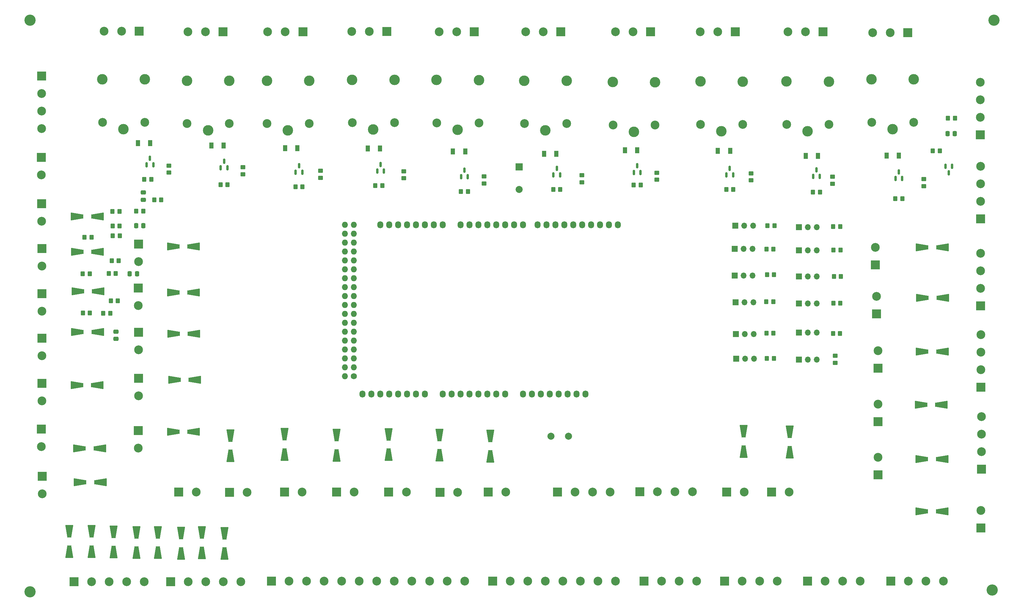
<source format=gbs>
%TF.GenerationSoftware,KiCad,Pcbnew,(6.0.0)*%
%TF.CreationDate,2022-03-05T09:13:47+01:00*%
%TF.ProjectId,arduiboard1,61726475-6962-46f6-9172-64312e6b6963,rev?*%
%TF.SameCoordinates,Original*%
%TF.FileFunction,Soldermask,Bot*%
%TF.FilePolarity,Negative*%
%FSLAX46Y46*%
G04 Gerber Fmt 4.6, Leading zero omitted, Abs format (unit mm)*
G04 Created by KiCad (PCBNEW (6.0.0)) date 2022-03-05 09:13:47*
%MOMM*%
%LPD*%
G01*
G04 APERTURE LIST*
G04 Aperture macros list*
%AMRoundRect*
0 Rectangle with rounded corners*
0 $1 Rounding radius*
0 $2 $3 $4 $5 $6 $7 $8 $9 X,Y pos of 4 corners*
0 Add a 4 corners polygon primitive as box body*
4,1,4,$2,$3,$4,$5,$6,$7,$8,$9,$2,$3,0*
0 Add four circle primitives for the rounded corners*
1,1,$1+$1,$2,$3*
1,1,$1+$1,$4,$5*
1,1,$1+$1,$6,$7*
1,1,$1+$1,$8,$9*
0 Add four rect primitives between the rounded corners*
20,1,$1+$1,$2,$3,$4,$5,0*
20,1,$1+$1,$4,$5,$6,$7,0*
20,1,$1+$1,$6,$7,$8,$9,0*
20,1,$1+$1,$8,$9,$2,$3,0*%
%AMOutline4P*
0 Free polygon, 4 corners , with rotation*
0 The origin of the aperture is its center*
0 number of corners: always 4*
0 $1 to $8 corner X, Y*
0 $9 Rotation angle, in degrees counterclockwise*
0 create outline with 4 corners*
4,1,4,$1,$2,$3,$4,$5,$6,$7,$8,$1,$2,$9*%
G04 Aperture macros list end*
%ADD10C,3.000000*%
%ADD11C,2.500000*%
%ADD12R,1.700000X1.700000*%
%ADD13O,1.700000X1.700000*%
%ADD14R,2.500000X2.500000*%
%ADD15C,3.200000*%
%ADD16C,2.000000*%
%ADD17O,1.727200X2.032000*%
%ADD18R,2.000000X2.000000*%
%ADD19RoundRect,0.250000X-0.450000X0.350000X-0.450000X-0.350000X0.450000X-0.350000X0.450000X0.350000X0*%
%ADD20Outline4P,-1.800000X-1.150000X1.800000X-0.550000X1.800000X0.550000X-1.800000X1.150000X90.000000*%
%ADD21Outline4P,-1.800000X-1.150000X1.800000X-0.550000X1.800000X0.550000X-1.800000X1.150000X270.000000*%
%ADD22RoundRect,0.250000X0.350000X0.450000X-0.350000X0.450000X-0.350000X-0.450000X0.350000X-0.450000X0*%
%ADD23RoundRect,0.150000X-0.150000X0.587500X-0.150000X-0.587500X0.150000X-0.587500X0.150000X0.587500X0*%
%ADD24Outline4P,-1.800000X-1.150000X1.800000X-0.550000X1.800000X0.550000X-1.800000X1.150000X180.000000*%
%ADD25Outline4P,-1.800000X-1.150000X1.800000X-0.550000X1.800000X0.550000X-1.800000X1.150000X0.000000*%
%ADD26RoundRect,0.250000X-0.337500X-0.475000X0.337500X-0.475000X0.337500X0.475000X-0.337500X0.475000X0*%
%ADD27RoundRect,0.150000X0.150000X-0.587500X0.150000X0.587500X-0.150000X0.587500X-0.150000X-0.587500X0*%
%ADD28R,1.300000X1.700000*%
%ADD29RoundRect,0.250000X0.450000X-0.350000X0.450000X0.350000X-0.450000X0.350000X-0.450000X-0.350000X0*%
%ADD30RoundRect,0.250000X-0.350000X-0.450000X0.350000X-0.450000X0.350000X0.450000X-0.350000X0.450000X0*%
%ADD31RoundRect,0.250000X-0.475000X0.337500X-0.475000X-0.337500X0.475000X-0.337500X0.475000X0.337500X0*%
%ADD32C,1.727200*%
%ADD33O,1.727200X1.727200*%
%ADD34RoundRect,0.250000X0.475000X-0.337500X0.475000X0.337500X-0.475000X0.337500X-0.475000X-0.337500X0*%
G04 APERTURE END LIST*
D10*
%TO.C,K10*%
X258114800Y-43552000D03*
D11*
X264164800Y-41602000D03*
D10*
X264164800Y-29402000D03*
X252114800Y-29352000D03*
D11*
X252164800Y-41602000D03*
%TD*%
D12*
%TO.C,JP10*%
X231475000Y-93268800D03*
D13*
X234015000Y-93268800D03*
X236555000Y-93268800D03*
%TD*%
D14*
%TO.C,J14*%
X43386400Y-101473000D03*
D11*
X43386400Y-106473000D03*
%TD*%
D14*
%TO.C,J41*%
X54867000Y-147062800D03*
D11*
X59867000Y-147062800D03*
%TD*%
D14*
%TO.C,J34*%
X262479800Y-16056000D03*
D11*
X257479800Y-16056000D03*
X252479800Y-16056000D03*
%TD*%
D14*
%TO.C,J9*%
X283257600Y-117158000D03*
D11*
X283257600Y-112158000D03*
X283257600Y-107158000D03*
X283257600Y-102158000D03*
%TD*%
D15*
%TO.C,REF\u002A\u002A*%
X12500000Y-12500000D03*
%TD*%
D16*
%TO.C,SW1*%
X160872800Y-131162400D03*
X165872800Y-131162400D03*
%TD*%
D14*
%TO.C,J36*%
X162699200Y-147012000D03*
D11*
X167699200Y-147012000D03*
X172699200Y-147012000D03*
X177699200Y-147012000D03*
%TD*%
D14*
%TO.C,J17*%
X283105200Y-45174400D03*
D11*
X283105200Y-40174400D03*
X283105200Y-35174400D03*
X283105200Y-30174400D03*
%TD*%
D14*
%TO.C,J39*%
X69342000Y-147113600D03*
D11*
X74342000Y-147113600D03*
%TD*%
D14*
%TO.C,J12*%
X15954400Y-142595600D03*
D11*
X15954400Y-147595600D03*
%TD*%
D12*
%TO.C,JP6*%
X213563200Y-109016800D03*
D13*
X216103200Y-109016800D03*
X218643200Y-109016800D03*
%TD*%
D14*
%TO.C,J31*%
X163648400Y-15802000D03*
D11*
X158648400Y-15802000D03*
X153648400Y-15802000D03*
%TD*%
D14*
%TO.C,J8*%
X257644400Y-172412000D03*
D11*
X262644400Y-172412000D03*
X267644400Y-172412000D03*
X272644400Y-172412000D03*
%TD*%
D14*
%TO.C,J3*%
X15802000Y-64871600D03*
D11*
X15802000Y-69871600D03*
%TD*%
D10*
%TO.C,K6*%
X159258000Y-43958400D03*
D11*
X165308000Y-42008400D03*
D10*
X165308000Y-29808400D03*
X153258000Y-29758400D03*
D11*
X153308000Y-42008400D03*
%TD*%
D14*
%TO.C,J44*%
X99822000Y-147062800D03*
D11*
X104822000Y-147062800D03*
%TD*%
D10*
%TO.C,K8*%
X209397600Y-44161600D03*
D11*
X215447600Y-42211600D03*
D10*
X215447600Y-30011600D03*
X203397600Y-29961600D03*
D11*
X203447600Y-42211600D03*
%TD*%
D14*
%TO.C,J40*%
X43335600Y-129540000D03*
D11*
X43335600Y-134540000D03*
%TD*%
D17*
%TO.C,P10*%
X147838000Y-119126000D03*
X145298000Y-119126000D03*
X142758000Y-119126000D03*
X140218000Y-119126000D03*
X137678000Y-119126000D03*
X135138000Y-119126000D03*
X132598000Y-119126000D03*
X130058000Y-119126000D03*
%TD*%
D12*
%TO.C,JP4*%
X213410800Y-92913200D03*
D13*
X215950800Y-92913200D03*
X218490800Y-92913200D03*
%TD*%
D12*
%TO.C,JP5*%
X213512400Y-102006400D03*
D13*
X216052400Y-102006400D03*
X218592400Y-102006400D03*
%TD*%
D14*
%TO.C,J43*%
X129289000Y-147120000D03*
D11*
X134289000Y-147120000D03*
%TD*%
D14*
%TO.C,J50*%
X254000000Y-127000000D03*
D11*
X254000000Y-122000000D03*
%TD*%
D14*
%TO.C,J27*%
X90191600Y-15827400D03*
D11*
X85191600Y-15827400D03*
X80191600Y-15827400D03*
%TD*%
D10*
%TO.C,K7*%
X184454800Y-44364800D03*
D11*
X190504800Y-42414800D03*
D10*
X190504800Y-30214800D03*
X178454800Y-30164800D03*
D11*
X178504800Y-42414800D03*
%TD*%
D14*
%TO.C,J13*%
X43383200Y-114655600D03*
D11*
X43383200Y-119655600D03*
%TD*%
D12*
%TO.C,JP11*%
X231475000Y-101600000D03*
D13*
X234015000Y-101600000D03*
X236555000Y-101600000D03*
%TD*%
D14*
%TO.C,J48*%
X253565000Y-96266000D03*
D11*
X253565000Y-91266000D03*
%TD*%
D10*
%TO.C,K9*%
X233934000Y-44187000D03*
D11*
X239984000Y-42237000D03*
D10*
X239984000Y-30037000D03*
X227934000Y-29987000D03*
D11*
X227984000Y-42237000D03*
%TD*%
D14*
%TO.C,J25*%
X43608000Y-15675000D03*
D11*
X38608000Y-15675000D03*
X33608000Y-15675000D03*
%TD*%
D12*
%TO.C,JP1*%
X213375000Y-71120000D03*
D13*
X215915000Y-71120000D03*
X218455000Y-71120000D03*
%TD*%
D14*
%TO.C,J35*%
X210298800Y-172462800D03*
D11*
X215298800Y-172462800D03*
X220298800Y-172462800D03*
X225298800Y-172462800D03*
%TD*%
D14*
%TO.C,J30*%
X189200800Y-15852800D03*
D11*
X184200800Y-15852800D03*
X179200800Y-15852800D03*
%TD*%
D15*
%TO.C,REF\u002A\u002A*%
X286500000Y-175000000D03*
X286500000Y-175000000D03*
%TD*%
D12*
%TO.C,JP8*%
X231475000Y-78130400D03*
D13*
X234015000Y-78130400D03*
X236555000Y-78130400D03*
%TD*%
D12*
%TO.C,JP7*%
X231460000Y-71500000D03*
D13*
X234000000Y-71500000D03*
X236540000Y-71500000D03*
%TD*%
D10*
%TO.C,K2*%
X63195200Y-43958400D03*
D11*
X69245200Y-42008400D03*
D10*
X69245200Y-29808400D03*
X57195200Y-29758400D03*
D11*
X57245200Y-42008400D03*
%TD*%
D14*
%TO.C,J53*%
X223672400Y-147012000D03*
D11*
X228672400Y-147012000D03*
%TD*%
D14*
%TO.C,J15*%
X43332400Y-88900000D03*
D11*
X43332400Y-93900000D03*
%TD*%
D14*
%TO.C,J21*%
X81261400Y-172469200D03*
D11*
X86261400Y-172469200D03*
X91261400Y-172469200D03*
X96261400Y-172469200D03*
X101261400Y-172469200D03*
X106261400Y-172469200D03*
X111261400Y-172469200D03*
X116261400Y-172469200D03*
X121261400Y-172469200D03*
X126261400Y-172469200D03*
X131261400Y-172469200D03*
X136261400Y-172469200D03*
%TD*%
D14*
%TO.C,J7*%
X283410000Y-140526000D03*
D11*
X283410000Y-135526000D03*
X283410000Y-130526000D03*
X283410000Y-125526000D03*
%TD*%
D15*
%TO.C,REF\u002A\u002A*%
X287000000Y-12500000D03*
X287000000Y-12500000D03*
%TD*%
D12*
%TO.C,JP9*%
X231475000Y-85598000D03*
D13*
X234015000Y-85598000D03*
X236555000Y-85598000D03*
%TD*%
D17*
%TO.C,P7*%
X179852000Y-70866000D03*
X177312000Y-70866000D03*
X174772000Y-70866000D03*
X172232000Y-70866000D03*
X169692000Y-70866000D03*
X167152000Y-70866000D03*
X164612000Y-70866000D03*
X162072000Y-70866000D03*
X159532000Y-70866000D03*
X156992000Y-70866000D03*
%TD*%
D14*
%TO.C,J22*%
X25038200Y-172618400D03*
D11*
X30038200Y-172618400D03*
X35038200Y-172618400D03*
X40038200Y-172618400D03*
X45038200Y-172618400D03*
%TD*%
D14*
%TO.C,J54*%
X210870800Y-147062800D03*
D11*
X215870800Y-147062800D03*
%TD*%
D10*
%TO.C,K4*%
X110236000Y-43704400D03*
D11*
X116286000Y-41754400D03*
D10*
X116286000Y-29554400D03*
X104236000Y-29504400D03*
D11*
X104286000Y-41754400D03*
%TD*%
D14*
%TO.C,J1*%
X15802000Y-28434800D03*
D11*
X15802000Y-33434800D03*
X15802000Y-38434800D03*
X15802000Y-43434800D03*
%TD*%
D14*
%TO.C,J45*%
X114655600Y-147062800D03*
D11*
X119655600Y-147062800D03*
%TD*%
D14*
%TO.C,J5*%
X15903600Y-90525600D03*
D11*
X15903600Y-95525600D03*
%TD*%
D15*
%TO.C,REF\u002A\u002A*%
X12500000Y-175500000D03*
X12500000Y-175500000D03*
%TD*%
D14*
%TO.C,J26*%
X67433200Y-15827400D03*
D11*
X62433200Y-15827400D03*
X57433200Y-15827400D03*
%TD*%
D14*
%TO.C,J38*%
X186168800Y-146961200D03*
D11*
X191168800Y-146961200D03*
X196168800Y-146961200D03*
X201168800Y-146961200D03*
%TD*%
D14*
%TO.C,J49*%
X254000000Y-111760000D03*
D11*
X254000000Y-106760000D03*
%TD*%
D14*
%TO.C,J47*%
X253238000Y-82296000D03*
D11*
X253238000Y-77296000D03*
%TD*%
D14*
%TO.C,J24*%
X144216400Y-172412000D03*
D11*
X149216400Y-172412000D03*
X154216400Y-172412000D03*
X159216400Y-172412000D03*
X164216400Y-172412000D03*
X169216400Y-172412000D03*
X174216400Y-172412000D03*
X179216400Y-172412000D03*
%TD*%
D14*
%TO.C,J6*%
X15903600Y-103225600D03*
D11*
X15903600Y-108225600D03*
%TD*%
D14*
%TO.C,J46*%
X143005000Y-147062800D03*
D11*
X148005000Y-147062800D03*
%TD*%
D14*
%TO.C,J42*%
X84966000Y-147062800D03*
D11*
X89966000Y-147062800D03*
%TD*%
D14*
%TO.C,J18*%
X283206800Y-69152000D03*
D11*
X283206800Y-64152000D03*
X283206800Y-59152000D03*
X283206800Y-54152000D03*
%TD*%
D14*
%TO.C,J29*%
X213330800Y-15852800D03*
D11*
X208330800Y-15852800D03*
X203330800Y-15852800D03*
%TD*%
D14*
%TO.C,J10*%
X283156000Y-93942400D03*
D11*
X283156000Y-88942400D03*
X283156000Y-83942400D03*
X283156000Y-78942400D03*
%TD*%
D12*
%TO.C,JP2*%
X213207600Y-77724000D03*
D13*
X215747600Y-77724000D03*
X218287600Y-77724000D03*
%TD*%
D10*
%TO.C,K5*%
X134264400Y-43755200D03*
D11*
X140314400Y-41805200D03*
D10*
X140314400Y-29605200D03*
X128264400Y-29555200D03*
D11*
X128314400Y-41805200D03*
%TD*%
D10*
%TO.C,K3*%
X85953600Y-43958400D03*
D11*
X92003600Y-42008400D03*
D10*
X92003600Y-29808400D03*
X79953600Y-29758400D03*
D11*
X80003600Y-42008400D03*
%TD*%
D14*
%TO.C,J2*%
X15700400Y-51663600D03*
D11*
X15700400Y-56663600D03*
%TD*%
D18*
%TO.C,BZ1*%
X151790400Y-54310400D03*
D16*
X151790400Y-60810400D03*
%TD*%
D14*
%TO.C,J51*%
X254000000Y-142160000D03*
D11*
X254000000Y-137160000D03*
%TD*%
D14*
%TO.C,J16*%
X43434000Y-76327000D03*
D11*
X43434000Y-81327000D03*
%TD*%
D14*
%TO.C,J23*%
X52521000Y-172618400D03*
D11*
X57521000Y-172618400D03*
X62521000Y-172618400D03*
X67521000Y-172618400D03*
X72521000Y-172618400D03*
%TD*%
D17*
%TO.C,P12*%
X124978000Y-119126000D03*
X122438000Y-119126000D03*
X119898000Y-119126000D03*
X117358000Y-119126000D03*
X114818000Y-119126000D03*
X112278000Y-119126000D03*
X109738000Y-119126000D03*
X107198000Y-119126000D03*
%TD*%
D12*
%TO.C,JP12*%
X231475000Y-109270800D03*
D13*
X234015000Y-109270800D03*
X236555000Y-109270800D03*
%TD*%
D14*
%TO.C,J32*%
X139039600Y-15849600D03*
D11*
X134039600Y-15849600D03*
X129039600Y-15849600D03*
%TD*%
D12*
%TO.C,JP3*%
X213171800Y-85293200D03*
D13*
X215711800Y-85293200D03*
X218251800Y-85293200D03*
%TD*%
D10*
%TO.C,K1*%
X39116000Y-43552000D03*
D11*
X45166000Y-41602000D03*
D10*
X45166000Y-29402000D03*
X33116000Y-29352000D03*
D11*
X33166000Y-41602000D03*
%TD*%
D14*
%TO.C,J20*%
X15700400Y-129082800D03*
D11*
X15700400Y-134082800D03*
%TD*%
D14*
%TO.C,J28*%
X114093000Y-15691400D03*
D11*
X109093000Y-15691400D03*
X104093000Y-15691400D03*
%TD*%
D17*
%TO.C,P11*%
X130058000Y-70866000D03*
X127518000Y-70866000D03*
X124978000Y-70866000D03*
X122438000Y-70866000D03*
X119898000Y-70866000D03*
X117358000Y-70866000D03*
X114818000Y-70866000D03*
X112278000Y-70866000D03*
%TD*%
D14*
%TO.C,J37*%
X187350400Y-172466000D03*
D11*
X192350400Y-172466000D03*
X197350400Y-172466000D03*
X202350400Y-172466000D03*
%TD*%
D14*
%TO.C,J19*%
X233920800Y-172412000D03*
D11*
X238920800Y-172412000D03*
X243920800Y-172412000D03*
X248920800Y-172412000D03*
%TD*%
D14*
%TO.C,J4*%
X15903600Y-77622400D03*
D11*
X15903600Y-82622400D03*
%TD*%
D14*
%TO.C,J33*%
X238299000Y-15802000D03*
D11*
X233299000Y-15802000D03*
X228299000Y-15802000D03*
%TD*%
D14*
%TO.C,J11*%
X15903600Y-116078000D03*
D11*
X15903600Y-121078000D03*
%TD*%
D17*
%TO.C,P9*%
X152918000Y-70866000D03*
X150378000Y-70866000D03*
X147838000Y-70866000D03*
X145298000Y-70866000D03*
X142758000Y-70866000D03*
X140218000Y-70866000D03*
X137678000Y-70866000D03*
X135138000Y-70866000D03*
%TD*%
%TO.C,P8*%
X170698000Y-119126000D03*
X168158000Y-119126000D03*
X165618000Y-119126000D03*
X163078000Y-119126000D03*
X160538000Y-119126000D03*
X157998000Y-119126000D03*
X155458000Y-119126000D03*
X152918000Y-119126000D03*
%TD*%
D14*
%TO.C,J52*%
X283257600Y-157327600D03*
D11*
X283257600Y-152327600D03*
%TD*%
D19*
%TO.C,R200*%
X241808000Y-108204000D03*
X241808000Y-110204000D03*
%TD*%
D20*
%TO.C,D51*%
X30073600Y-164037600D03*
D21*
X30073600Y-158237600D03*
%TD*%
D22*
%TO.C,R80*%
X224367600Y-85090000D03*
X222367600Y-85090000D03*
%TD*%
D20*
%TO.C,D49*%
X215747600Y-135534400D03*
D21*
X215747600Y-129734400D03*
%TD*%
D22*
%TO.C,R24*%
X112810000Y-59641500D03*
X110810000Y-59641500D03*
%TD*%
D23*
%TO.C,Q15*%
X273166800Y-54180500D03*
X275066800Y-54180500D03*
X274116800Y-56055500D03*
%TD*%
D24*
%TO.C,D19*%
X59084800Y-77012800D03*
D25*
X53284800Y-77012800D03*
%TD*%
D26*
%TO.C,C9*%
X40872500Y-84785200D03*
X42947500Y-84785200D03*
%TD*%
D22*
%TO.C,R184*%
X243316000Y-78079600D03*
X241316000Y-78079600D03*
%TD*%
D27*
%TO.C,Q37*%
X237424000Y-57055500D03*
X235524000Y-57055500D03*
X236474000Y-55180500D03*
%TD*%
D20*
%TO.C,D24*%
X61468000Y-164393200D03*
D21*
X61468000Y-158593200D03*
%TD*%
D28*
%TO.C,D56*%
X236867000Y-51190400D03*
X233367000Y-51190400D03*
%TD*%
D29*
%TO.C,R7*%
X52070000Y-55975000D03*
X52070000Y-53975000D03*
%TD*%
D24*
%TO.C,D27*%
X59084800Y-129844800D03*
D25*
X53284800Y-129844800D03*
%TD*%
D22*
%TO.C,R188*%
X243417600Y-85547200D03*
X241417600Y-85547200D03*
%TD*%
D30*
%TO.C,R44*%
X33340800Y-96062800D03*
X35340800Y-96062800D03*
%TD*%
D29*
%TO.C,R19*%
X73091000Y-56434500D03*
X73091000Y-54434500D03*
%TD*%
D30*
%TO.C,R42*%
X27549600Y-96012000D03*
X29549600Y-96012000D03*
%TD*%
%TO.C,R41*%
X34915600Y-84734400D03*
X36915600Y-84734400D03*
%TD*%
D22*
%TO.C,R84*%
X224164400Y-92811600D03*
X222164400Y-92811600D03*
%TD*%
D25*
%TO.C,D54*%
X25852800Y-116586000D03*
D24*
X31652800Y-116586000D03*
%TD*%
D27*
%TO.C,Q8*%
X212720000Y-56642000D03*
X210820000Y-56642000D03*
X211770000Y-54767000D03*
%TD*%
%TO.C,Q2*%
X68707000Y-54610000D03*
X66807000Y-54610000D03*
X67757000Y-52735000D03*
%TD*%
%TO.C,Q6*%
X163449000Y-56642000D03*
X161549000Y-56642000D03*
X162499000Y-54767000D03*
%TD*%
D29*
%TO.C,R29*%
X190979500Y-58007000D03*
X190979500Y-56007000D03*
%TD*%
D20*
%TO.C,D37*%
X114655600Y-136402400D03*
D21*
X114655600Y-130602400D03*
%TD*%
D22*
%TO.C,R28*%
X163499000Y-60784500D03*
X161499000Y-60784500D03*
%TD*%
%TO.C,R26*%
X137226000Y-61371000D03*
X135226000Y-61371000D03*
%TD*%
D20*
%TO.C,D25*%
X67868800Y-164596400D03*
D21*
X67868800Y-158796400D03*
%TD*%
D28*
%TO.C,D57*%
X259945400Y-51109400D03*
X256445400Y-51109400D03*
%TD*%
D22*
%TO.C,R180*%
X243214400Y-71323200D03*
X241214400Y-71323200D03*
%TD*%
D20*
%TO.C,D31*%
X69545200Y-136758000D03*
D21*
X69545200Y-130958000D03*
%TD*%
D25*
%TO.C,D55*%
X26767200Y-144221200D03*
D24*
X32567200Y-144221200D03*
%TD*%
%TO.C,D18*%
X59440400Y-115062000D03*
D25*
X53640400Y-115062000D03*
%TD*%
D27*
%TO.C,Q1*%
X47620000Y-53721000D03*
X45720000Y-53721000D03*
X46670000Y-51846000D03*
%TD*%
D28*
%TO.C,D6*%
X46730200Y-47601900D03*
X43230200Y-47601900D03*
%TD*%
D25*
%TO.C,D16*%
X26106800Y-89814400D03*
D24*
X31906800Y-89814400D03*
%TD*%
D22*
%TO.C,R210*%
X260908000Y-63403000D03*
X258908000Y-63403000D03*
%TD*%
D25*
%TO.C,D44*%
X266543200Y-107035600D03*
D24*
X272343200Y-107035600D03*
%TD*%
D22*
%TO.C,R196*%
X243163600Y-101803200D03*
X241163600Y-101803200D03*
%TD*%
%TO.C,R43*%
X37525200Y-92506800D03*
X35525200Y-92506800D03*
%TD*%
D20*
%TO.C,D35*%
X99822000Y-136605600D03*
D21*
X99822000Y-130805600D03*
%TD*%
D25*
%TO.C,D47*%
X266441600Y-152552400D03*
D24*
X272241600Y-152552400D03*
%TD*%
D25*
%TO.C,D46*%
X266441600Y-137617200D03*
D24*
X272241600Y-137617200D03*
%TD*%
D28*
%TO.C,D8*%
X88623000Y-49022000D03*
X85123000Y-49022000D03*
%TD*%
D22*
%TO.C,R34*%
X49869600Y-63703200D03*
X47869600Y-63703200D03*
%TD*%
D30*
%TO.C,R36*%
X28006800Y-74371200D03*
X30006800Y-74371200D03*
%TD*%
D22*
%TO.C,R92*%
X224316800Y-108915200D03*
X222316800Y-108915200D03*
%TD*%
%TO.C,R76*%
X224215200Y-77825600D03*
X222215200Y-77825600D03*
%TD*%
D30*
%TO.C,R38*%
X36084000Y-74015600D03*
X38084000Y-74015600D03*
%TD*%
D24*
%TO.C,D29*%
X32364000Y-134569200D03*
D25*
X26564000Y-134569200D03*
%TD*%
D22*
%TO.C,R94*%
X275878800Y-40436800D03*
X273878800Y-40436800D03*
%TD*%
%TO.C,R30*%
X186391500Y-59547000D03*
X184391500Y-59547000D03*
%TD*%
D24*
%TO.C,D21*%
X59186400Y-101904800D03*
D25*
X53386400Y-101904800D03*
%TD*%
D22*
%TO.C,R72*%
X224520000Y-71069200D03*
X222520000Y-71069200D03*
%TD*%
D28*
%TO.C,D10*%
X136422600Y-49941000D03*
X132922600Y-49941000D03*
%TD*%
D20*
%TO.C,D48*%
X228803200Y-135686800D03*
D21*
X228803200Y-129886800D03*
%TD*%
D27*
%TO.C,Q3*%
X90043000Y-55880000D03*
X88143000Y-55880000D03*
X89093000Y-54005000D03*
%TD*%
D28*
%TO.C,D13*%
X211858200Y-49773700D03*
X208358200Y-49773700D03*
%TD*%
D22*
%TO.C,R8*%
X47035000Y-57863500D03*
X45035000Y-57863500D03*
%TD*%
D29*
%TO.C,R31*%
X217866000Y-58174500D03*
X217866000Y-56174500D03*
%TD*%
D25*
%TO.C,D15*%
X25954400Y-78587600D03*
D24*
X31754400Y-78587600D03*
%TD*%
D22*
%TO.C,R37*%
X38033200Y-71170800D03*
X36033200Y-71170800D03*
%TD*%
D29*
%TO.C,R27*%
X169611000Y-58736500D03*
X169611000Y-56736500D03*
%TD*%
D27*
%TO.C,Q38*%
X260858000Y-57658000D03*
X258958000Y-57658000D03*
X259908000Y-55783000D03*
%TD*%
D20*
%TO.C,D41*%
X143560800Y-136859600D03*
D21*
X143560800Y-131059600D03*
%TD*%
D30*
%TO.C,R35*%
X42773600Y-66954400D03*
X44773600Y-66954400D03*
%TD*%
D29*
%TO.C,R25*%
X141798000Y-59069000D03*
X141798000Y-57069000D03*
%TD*%
%TO.C,R23*%
X118938000Y-57593500D03*
X118938000Y-55593500D03*
%TD*%
D22*
%TO.C,R192*%
X243265200Y-93167200D03*
X241265200Y-93167200D03*
%TD*%
D31*
%TO.C,C10*%
X36982400Y-101324500D03*
X36982400Y-103399500D03*
%TD*%
D30*
%TO.C,R33*%
X35998400Y-67056000D03*
X37998400Y-67056000D03*
%TD*%
D22*
%TO.C,R40*%
X37779200Y-81076800D03*
X35779200Y-81076800D03*
%TD*%
D29*
%TO.C,R21*%
X95189000Y-57466500D03*
X95189000Y-55466500D03*
%TD*%
D20*
%TO.C,D33*%
X84988400Y-136351600D03*
D21*
X84988400Y-130551600D03*
%TD*%
D20*
%TO.C,D52*%
X36322000Y-164190000D03*
D21*
X36322000Y-158390000D03*
%TD*%
D22*
%TO.C,R208*%
X237474000Y-61502800D03*
X235474000Y-61502800D03*
%TD*%
D20*
%TO.C,D50*%
X23672800Y-164037600D03*
D21*
X23672800Y-158237600D03*
%TD*%
D29*
%TO.C,R209*%
X267020000Y-59831000D03*
X267020000Y-57831000D03*
%TD*%
D30*
%TO.C,R39*%
X27498800Y-84785200D03*
X29498800Y-84785200D03*
%TD*%
D25*
%TO.C,D17*%
X26005200Y-101396800D03*
D24*
X31805200Y-101396800D03*
%TD*%
D22*
%TO.C,R32*%
X212786000Y-60746500D03*
X210786000Y-60746500D03*
%TD*%
D26*
%TO.C,C8*%
X42701300Y-71120000D03*
X44776300Y-71120000D03*
%TD*%
%TO.C,C15*%
X273769000Y-44856400D03*
X275844000Y-44856400D03*
%TD*%
D27*
%TO.C,Q4*%
X113284000Y-55499000D03*
X111384000Y-55499000D03*
X112334000Y-53624000D03*
%TD*%
D25*
%TO.C,D14*%
X25903600Y-68478400D03*
D24*
X31703600Y-68478400D03*
%TD*%
D28*
%TO.C,D12*%
X185400900Y-49641000D03*
X181900900Y-49641000D03*
%TD*%
%TO.C,D11*%
X162356000Y-50624500D03*
X158856000Y-50624500D03*
%TD*%
D25*
%TO.C,D42*%
X266543200Y-77317600D03*
D24*
X272343200Y-77317600D03*
%TD*%
D25*
%TO.C,D45*%
X266238400Y-122123200D03*
D24*
X272038400Y-122123200D03*
%TD*%
D27*
%TO.C,Q5*%
X137160000Y-57150000D03*
X135260000Y-57150000D03*
X136210000Y-55275000D03*
%TD*%
D20*
%TO.C,D22*%
X48920400Y-164342400D03*
D21*
X48920400Y-158542400D03*
%TD*%
D20*
%TO.C,D39*%
X129082800Y-136554800D03*
D21*
X129082800Y-130754800D03*
%TD*%
D22*
%TO.C,R22*%
X90093000Y-60022500D03*
X88093000Y-60022500D03*
%TD*%
%TO.C,R88*%
X224215200Y-101752400D03*
X222215200Y-101752400D03*
%TD*%
D27*
%TO.C,Q7*%
X186341500Y-55912500D03*
X184441500Y-55912500D03*
X185391500Y-54037500D03*
%TD*%
D22*
%TO.C,R20*%
X68757000Y-59387500D03*
X66757000Y-59387500D03*
%TD*%
D29*
%TO.C,R207*%
X241046000Y-59150000D03*
X241046000Y-57150000D03*
%TD*%
D28*
%TO.C,D9*%
X112168200Y-49075100D03*
X108668200Y-49075100D03*
%TD*%
D30*
%TO.C,R96*%
X269560800Y-49733200D03*
X271560800Y-49733200D03*
%TD*%
D28*
%TO.C,D7*%
X67642000Y-48236900D03*
X64142000Y-48236900D03*
%TD*%
D24*
%TO.C,D20*%
X59084800Y-90119200D03*
D25*
X53284800Y-90119200D03*
%TD*%
D20*
%TO.C,D23*%
X55524400Y-164545600D03*
D21*
X55524400Y-158745600D03*
%TD*%
D25*
%TO.C,D43*%
X266594000Y-91643200D03*
D24*
X272394000Y-91643200D03*
%TD*%
D32*
%TO.C,P13*%
X104700000Y-114056000D03*
D33*
X102160000Y-114056000D03*
X104700000Y-111516000D03*
X102160000Y-111516000D03*
X104700000Y-108976000D03*
X102160000Y-108976000D03*
X104700000Y-106436000D03*
X102160000Y-106436000D03*
X104700000Y-103896000D03*
X102160000Y-103896000D03*
X104700000Y-101356000D03*
X102160000Y-101356000D03*
X104700000Y-98816000D03*
X102160000Y-98816000D03*
X104700000Y-96276000D03*
X102160000Y-96276000D03*
X104700000Y-93736000D03*
X102160000Y-93736000D03*
X104700000Y-91196000D03*
X102160000Y-91196000D03*
X104700000Y-88656000D03*
X102160000Y-88656000D03*
X104700000Y-86116000D03*
X102160000Y-86116000D03*
X104700000Y-83576000D03*
X102160000Y-83576000D03*
X104700000Y-81036000D03*
X102160000Y-81036000D03*
X104700000Y-78496000D03*
X102160000Y-78496000D03*
X104700000Y-75956000D03*
X102160000Y-75956000D03*
X104700000Y-73416000D03*
X102160000Y-73416000D03*
X104700000Y-70876000D03*
X102160000Y-70876000D03*
%TD*%
D20*
%TO.C,D53*%
X42824400Y-164342400D03*
D21*
X42824400Y-158542400D03*
%TD*%
D34*
%TO.C,C7*%
X44805600Y-63724700D03*
X44805600Y-61649700D03*
%TD*%
M02*

</source>
